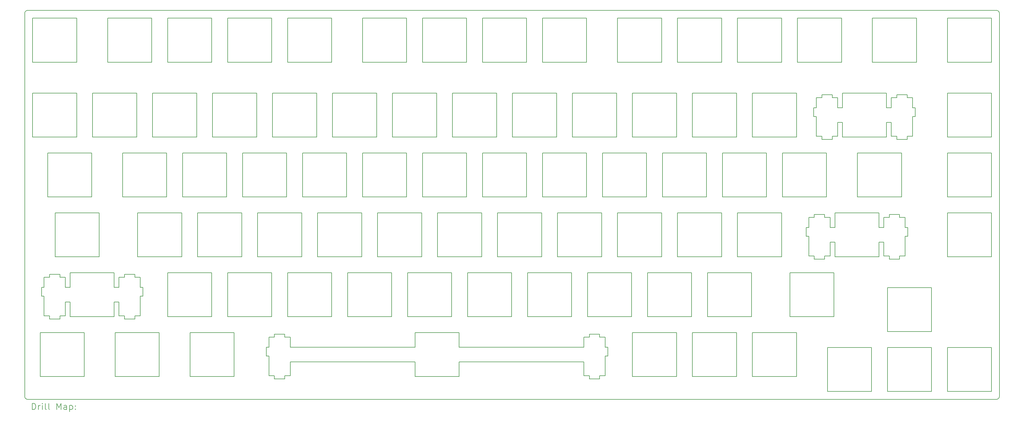
<source format=gbr>
%TF.GenerationSoftware,KiCad,Pcbnew,7.0.1*%
%TF.CreationDate,2023-04-16T01:42:17-07:00*%
%TF.ProjectId,switch plate,73776974-6368-4207-906c-6174652e6b69,rev?*%
%TF.SameCoordinates,Original*%
%TF.FileFunction,Drillmap*%
%TF.FilePolarity,Positive*%
%FSLAX45Y45*%
G04 Gerber Fmt 4.5, Leading zero omitted, Abs format (unit mm)*
G04 Created by KiCad (PCBNEW 7.0.1) date 2023-04-16 01:42:17*
%MOMM*%
%LPD*%
G01*
G04 APERTURE LIST*
%ADD10C,0.188976*%
%ADD11C,0.200000*%
G04 APERTURE END LIST*
D10*
X28043500Y-15648800D02*
X28043500Y-14248800D01*
X26643500Y-19935000D02*
X28043500Y-19935000D01*
X15299100Y-22815000D02*
X15299100Y-22492000D01*
X41967800Y-21817000D02*
X41967800Y-21190000D01*
X27805300Y-25179999D02*
X31767800Y-25179999D01*
X41967800Y-20586999D02*
X41795299Y-20586999D01*
X15899100Y-24250000D02*
X14499100Y-24250000D01*
X38044701Y-15648800D02*
X38044701Y-14248800D01*
X16642200Y-15648800D02*
X18042201Y-15648800D01*
X44712200Y-18030000D02*
X44712200Y-16630000D01*
X41292800Y-21369999D02*
X41292800Y-21817000D01*
X24233500Y-19935000D02*
X24233500Y-18535000D01*
X32358501Y-18535000D02*
X32358501Y-19935000D01*
X39068500Y-17100000D02*
X39068500Y-17380000D01*
X38912801Y-20586999D02*
X38912801Y-20910000D01*
X15899100Y-25650000D02*
X15899100Y-24250000D01*
X16642200Y-14248800D02*
X16642200Y-15648800D01*
X17004101Y-22815000D02*
X16851600Y-22815000D01*
X41140301Y-21840000D02*
X41140301Y-21369999D01*
X17176600Y-22492000D02*
X17004101Y-22492000D01*
X39740301Y-21840000D02*
X41140301Y-21840000D01*
X28043500Y-18535000D02*
X26643500Y-18535000D01*
X14975300Y-21840000D02*
X16375301Y-21840000D01*
X41465301Y-21915000D02*
X41795299Y-21915000D01*
X37121001Y-16630000D02*
X37121001Y-18030000D01*
X36644701Y-14248800D02*
X36644701Y-15648800D01*
X28996001Y-18030000D02*
X28996001Y-16630000D01*
X14261000Y-15648800D02*
X15661000Y-15648800D01*
X15661000Y-18030000D02*
X15661000Y-16630000D01*
X27119701Y-20440000D02*
X27119701Y-21840000D01*
X27567200Y-23744999D02*
X27567200Y-22344999D01*
X16166000Y-18030000D02*
X17566001Y-18030000D01*
X21940301Y-24304999D02*
X21940301Y-24397000D01*
X33311001Y-16630000D02*
X33311001Y-18030000D01*
X28548501Y-18535000D02*
X28548501Y-19935000D01*
X41703499Y-18007000D02*
X41703499Y-18105000D01*
X15451600Y-22815000D02*
X15299100Y-22815000D01*
X30901000Y-16630000D02*
X29501000Y-16630000D01*
X32329700Y-21840000D02*
X32329700Y-20440000D01*
X32270301Y-25725000D02*
X32270301Y-25626999D01*
X16375301Y-21840000D02*
X16375301Y-20440000D01*
X22357200Y-15648800D02*
X23757200Y-15648800D01*
X26405201Y-24250000D02*
X26405201Y-24719999D01*
X28043500Y-19935000D02*
X28043500Y-18535000D01*
X16375301Y-20440000D02*
X14975300Y-20440000D01*
X20452201Y-14248800D02*
X20452201Y-15648800D01*
X32834700Y-14248800D02*
X32834700Y-15648800D01*
X42206002Y-16777000D02*
X42033501Y-16777000D01*
X21685300Y-24719999D02*
X21685300Y-25000000D01*
X34263500Y-18535000D02*
X34263500Y-19935000D01*
X38311600Y-22344999D02*
X38311600Y-23744999D01*
X44712200Y-21840000D02*
X44712200Y-20440000D01*
X44712200Y-14248800D02*
X43312200Y-14248800D01*
X38044701Y-14248800D02*
X36644701Y-14248800D01*
X33311001Y-25650000D02*
X34711001Y-25650000D01*
X38044701Y-21840000D02*
X38044701Y-20440000D01*
X20928500Y-18535000D02*
X20928500Y-19935000D01*
X34739701Y-20440000D02*
X34739701Y-21840000D01*
X31853501Y-14248800D02*
X30453501Y-14248800D01*
X39323400Y-18105000D02*
X39653499Y-18105000D01*
X39323400Y-16777000D02*
X39151000Y-16777000D01*
X39653499Y-18105000D02*
X39653499Y-18007000D01*
X36616001Y-25650000D02*
X36616001Y-24250000D01*
X41795299Y-21817000D02*
X41967800Y-21817000D01*
X29472200Y-22344999D02*
X28072200Y-22344999D01*
X31853501Y-19935000D02*
X31853501Y-18535000D01*
X15126600Y-22492000D02*
X15126600Y-22400000D01*
X39711602Y-23744999D02*
X39711602Y-22344999D01*
X34739701Y-15648800D02*
X36139701Y-15648800D01*
X36139701Y-14248800D02*
X34739701Y-14248800D01*
X18280301Y-25650000D02*
X18280301Y-24250000D01*
X19261601Y-25650000D02*
X20661600Y-25650000D01*
X27091001Y-18030000D02*
X27091001Y-16630000D01*
X18071000Y-18030000D02*
X19471000Y-18030000D01*
X42206002Y-17100000D02*
X42206002Y-16777000D01*
X41967800Y-21190000D02*
X42050301Y-21190000D01*
X32834700Y-15648800D02*
X34234701Y-15648800D01*
X40454702Y-19935000D02*
X41854702Y-19935000D01*
X24262201Y-23744999D02*
X25662201Y-23744999D01*
X43312200Y-24726300D02*
X43312200Y-26126300D01*
X29977201Y-23744999D02*
X31377201Y-23744999D01*
X39653499Y-16777000D02*
X39653499Y-16685000D01*
X38830300Y-21190000D02*
X38912801Y-21190000D01*
X23309700Y-20440000D02*
X23309700Y-21840000D01*
X41854702Y-18535000D02*
X40454702Y-18535000D01*
X41140301Y-20440000D02*
X39740301Y-20440000D01*
X21767801Y-24719999D02*
X21685300Y-24719999D01*
X41292800Y-21817000D02*
X41465301Y-21817000D01*
X28519701Y-21840000D02*
X28519701Y-20440000D01*
X16851600Y-23744999D02*
X16851600Y-23275000D01*
X19947201Y-22344999D02*
X18547201Y-22344999D01*
X16851600Y-22344999D02*
X15451600Y-22344999D01*
X44712200Y-16630000D02*
X43312200Y-16630000D01*
X18994700Y-21840000D02*
X18994700Y-20440000D01*
X32442800Y-25000000D02*
X32525301Y-25000000D01*
X39653499Y-18007000D02*
X39826000Y-18007000D01*
X26614701Y-20440000D02*
X25214701Y-20440000D01*
X33787200Y-22344999D02*
X33787200Y-23744999D01*
X19261601Y-24250000D02*
X19261601Y-25650000D01*
X42288500Y-17380000D02*
X42288500Y-17100000D01*
X21685300Y-25000000D02*
X21767801Y-25000000D01*
X23281000Y-18030000D02*
X23281000Y-16630000D01*
X17679101Y-22492000D02*
X17506600Y-22492000D01*
X31406000Y-18030000D02*
X32806000Y-18030000D01*
X39415200Y-20494999D02*
X39085300Y-20494999D01*
X43312200Y-19935000D02*
X44712200Y-19935000D01*
X32442800Y-24719999D02*
X32442800Y-24397000D01*
X14541600Y-22815000D02*
X14541600Y-23094999D01*
X22328500Y-19935000D02*
X22328500Y-18535000D01*
X42050301Y-21190000D02*
X42050301Y-20910000D01*
X39502199Y-24726300D02*
X39502199Y-26126300D01*
X42206002Y-18007000D02*
X42206002Y-17380000D01*
X32806000Y-16630000D02*
X31406000Y-16630000D01*
X25185901Y-18030000D02*
X25185901Y-16630000D01*
X15299100Y-23275000D02*
X15451600Y-23275000D01*
X31377201Y-22344999D02*
X29977201Y-22344999D01*
X32270301Y-25626999D02*
X32442800Y-25626999D01*
X42288500Y-17100000D02*
X42206002Y-17100000D01*
X39323400Y-18007000D02*
X39323400Y-18105000D01*
X31882201Y-23744999D02*
X33282201Y-23744999D01*
X41703499Y-18105000D02*
X42033501Y-18105000D01*
X42807201Y-22821299D02*
X41407201Y-22821299D01*
X19976001Y-16630000D02*
X19976001Y-18030000D01*
X34739701Y-14248800D02*
X34739701Y-15648800D01*
X22442801Y-24397000D02*
X22270301Y-24397000D01*
X26167200Y-23744999D02*
X27567200Y-23744999D01*
X41378499Y-16630000D02*
X39978499Y-16630000D01*
X41531002Y-17560000D02*
X41531002Y-18007000D01*
X14624100Y-23094999D02*
X14624100Y-23722000D01*
X41140301Y-20910000D02*
X41140301Y-20440000D01*
X39653499Y-16685000D02*
X39323400Y-16685000D01*
X24709700Y-20440000D02*
X23309700Y-20440000D01*
X18547201Y-23744999D02*
X19947201Y-23744999D01*
X17176600Y-22400000D02*
X17176600Y-22492000D01*
X43312200Y-20440000D02*
X43312200Y-21840000D01*
X26138501Y-14248800D02*
X24738501Y-14248800D01*
X17566001Y-18030000D02*
X17566001Y-16630000D01*
X30453501Y-19935000D02*
X31853501Y-19935000D01*
X41140301Y-21369999D02*
X41292800Y-21369999D01*
X17176600Y-23722000D02*
X17176600Y-23819999D01*
X31767800Y-25179999D02*
X31767800Y-25626999D01*
X18547201Y-22344999D02*
X18547201Y-23744999D01*
X32270301Y-24304999D02*
X31940300Y-24304999D01*
X32329700Y-20440000D02*
X30929700Y-20440000D01*
X14796600Y-23819999D02*
X15126600Y-23819999D01*
X15299100Y-23722000D02*
X15299100Y-23275000D01*
X14261000Y-16630000D02*
X14261000Y-18030000D01*
X39085300Y-21915000D02*
X39415200Y-21915000D01*
X17118501Y-18535000D02*
X17118501Y-19935000D01*
X39473400Y-19935000D02*
X39473400Y-18535000D01*
X42331002Y-15648800D02*
X42331002Y-14248800D01*
X44712200Y-18535000D02*
X43312200Y-18535000D01*
X33311001Y-18030000D02*
X34711001Y-18030000D01*
X38073501Y-18535000D02*
X38073501Y-19935000D01*
X19947201Y-23744999D02*
X19947201Y-22344999D01*
X32525301Y-24719999D02*
X32442800Y-24719999D01*
X30424700Y-20440000D02*
X29024700Y-20440000D01*
X27805300Y-25650000D02*
X27805300Y-25179999D01*
X44964800Y-14096300D02*
X44964800Y-26278898D01*
X43312200Y-26126300D02*
X44712200Y-26126300D01*
X15451600Y-23275000D02*
X15451600Y-23744999D01*
X29948501Y-15648800D02*
X29948501Y-14248800D01*
X21376001Y-18030000D02*
X21376001Y-16630000D01*
X30424700Y-21840000D02*
X30424700Y-20440000D01*
X19499700Y-20440000D02*
X19499700Y-21840000D01*
X35663500Y-19935000D02*
X35663500Y-18535000D01*
X15126600Y-22400000D02*
X14796600Y-22400000D01*
X42807201Y-26126300D02*
X42807201Y-24726300D01*
X28548501Y-14248800D02*
X28548501Y-15648800D01*
X28072200Y-23744999D02*
X29472200Y-23744999D01*
X41378499Y-18030000D02*
X41378499Y-17560000D01*
X21852201Y-14248800D02*
X20452201Y-14248800D01*
X22442801Y-25626999D02*
X22442801Y-25179999D01*
X26138501Y-19935000D02*
X26138501Y-18535000D01*
X14975300Y-20440000D02*
X14975300Y-21840000D01*
X38044701Y-20440000D02*
X36644701Y-20440000D01*
X41407201Y-24221299D02*
X42807201Y-24221299D01*
X27596001Y-18030000D02*
X28996001Y-18030000D01*
X39587801Y-21817000D02*
X39587801Y-21369999D01*
X14108500Y-13996300D02*
X44864800Y-13996300D01*
X19947201Y-14248800D02*
X18547201Y-14248800D01*
X22804700Y-21840000D02*
X22804700Y-20440000D01*
X33311001Y-24250000D02*
X33311001Y-25650000D01*
X35216001Y-16630000D02*
X35216001Y-18030000D01*
X30453501Y-14248800D02*
X30453501Y-15648800D01*
X35663500Y-18535000D02*
X34263500Y-18535000D01*
X14796600Y-23722000D02*
X14796600Y-23819999D01*
X22328500Y-18535000D02*
X20928500Y-18535000D01*
X44712200Y-19935000D02*
X44712200Y-18535000D01*
X39740301Y-20910000D02*
X39587801Y-20910000D01*
X32442800Y-24397000D02*
X32270301Y-24397000D01*
X33787200Y-23744999D02*
X35187200Y-23744999D01*
X40931002Y-14248800D02*
X40931002Y-15648800D01*
X33282201Y-22344999D02*
X31882201Y-22344999D01*
X23757200Y-14248800D02*
X22357200Y-14248800D01*
X28996001Y-16630000D02*
X27596001Y-16630000D01*
X22270301Y-24304999D02*
X21940301Y-24304999D01*
X28548501Y-15648800D02*
X29948501Y-15648800D01*
X42033501Y-16777000D02*
X42033501Y-16685000D01*
X20661600Y-24250000D02*
X19261601Y-24250000D01*
X42033501Y-18007000D02*
X42206002Y-18007000D01*
X26643500Y-18535000D02*
X26643500Y-19935000D01*
X30453501Y-15648800D02*
X31853501Y-15648800D01*
X38912801Y-20910000D02*
X38830300Y-20910000D01*
X36168500Y-18535000D02*
X36168500Y-19935000D01*
X25662201Y-22344999D02*
X24262201Y-22344999D01*
X14008502Y-26278898D02*
G75*
G03*
X14108500Y-26378898I99998J-2D01*
G01*
X39949700Y-15648800D02*
X39949700Y-14248800D01*
X39740301Y-21369999D02*
X39740301Y-21840000D01*
X24738501Y-19935000D02*
X26138501Y-19935000D01*
X23309700Y-21840000D02*
X24709700Y-21840000D01*
X18518501Y-19935000D02*
X18518501Y-18535000D01*
X18042201Y-15648800D02*
X18042201Y-14248800D01*
X21852201Y-23744999D02*
X21852201Y-22344999D01*
X18042201Y-14248800D02*
X16642200Y-14248800D01*
X38521001Y-16630000D02*
X37121001Y-16630000D01*
X41407201Y-22821299D02*
X41407201Y-24221299D01*
X44712200Y-24726300D02*
X43312200Y-24726300D01*
X35692200Y-22344999D02*
X35692200Y-23744999D01*
X41407201Y-26126300D02*
X42807201Y-26126300D01*
X22442801Y-25179999D02*
X26405201Y-25179999D01*
X20423501Y-18535000D02*
X19023501Y-18535000D01*
X37568500Y-19935000D02*
X37568500Y-18535000D01*
X36644701Y-20440000D02*
X36644701Y-21840000D01*
X31940300Y-24304999D02*
X31940300Y-24397000D01*
X24709700Y-21840000D02*
X24709700Y-20440000D01*
X32442800Y-25626999D02*
X32442800Y-25000000D01*
X34234701Y-15648800D02*
X34234701Y-14248800D01*
X26167200Y-22344999D02*
X26167200Y-23744999D01*
X17761601Y-22815000D02*
X17679101Y-22815000D01*
X35692200Y-23744999D02*
X37092200Y-23744999D01*
X31940300Y-24397000D02*
X31767800Y-24397000D01*
X14499100Y-25650000D02*
X15899100Y-25650000D01*
X41465301Y-20494999D02*
X41465301Y-20586999D01*
X21852201Y-22344999D02*
X20452201Y-22344999D01*
X15126600Y-23722000D02*
X15299100Y-23722000D01*
X16166000Y-16630000D02*
X16166000Y-18030000D01*
X15451600Y-22344999D02*
X15451600Y-22815000D01*
X41407201Y-24726300D02*
X41407201Y-26126300D01*
X19023501Y-18535000D02*
X19023501Y-19935000D01*
X39473400Y-18535000D02*
X38073501Y-18535000D01*
X32525301Y-25000000D02*
X32525301Y-24719999D01*
X40931002Y-15648800D02*
X42331002Y-15648800D01*
X23281000Y-16630000D02*
X21881000Y-16630000D01*
X14261000Y-18030000D02*
X15661000Y-18030000D01*
X26405201Y-25650000D02*
X27805300Y-25650000D01*
X38073501Y-19935000D02*
X39473400Y-19935000D01*
X39151000Y-16777000D02*
X39151000Y-17100000D01*
X21940301Y-25725000D02*
X22270301Y-25725000D01*
X28043500Y-14248800D02*
X26643500Y-14248800D01*
X43312200Y-14248800D02*
X43312200Y-15648800D01*
X22833500Y-18535000D02*
X22833500Y-19935000D01*
X39085300Y-20494999D02*
X39085300Y-20586999D01*
X42331002Y-14248800D02*
X40931002Y-14248800D01*
X29501000Y-16630000D02*
X29501000Y-18030000D01*
X34711001Y-16630000D02*
X33311001Y-16630000D01*
X44712200Y-26126300D02*
X44712200Y-24726300D01*
X35187200Y-22344999D02*
X33787200Y-22344999D01*
X23757200Y-15648800D02*
X23757200Y-14248800D01*
X17004101Y-22492000D02*
X17004101Y-22815000D01*
X42033501Y-16685000D02*
X41703499Y-16685000D01*
X17004101Y-23722000D02*
X17176600Y-23722000D01*
X17506600Y-22492000D02*
X17506600Y-22400000D01*
X36616001Y-18030000D02*
X36616001Y-16630000D01*
X20452201Y-23744999D02*
X21852201Y-23744999D01*
X34711001Y-18030000D02*
X34711001Y-16630000D01*
X16137200Y-18535000D02*
X14737200Y-18535000D01*
X21852201Y-15648800D02*
X21852201Y-14248800D01*
X14624100Y-22815000D02*
X14541600Y-22815000D01*
X22804700Y-20440000D02*
X21404700Y-20440000D01*
X25662201Y-23744999D02*
X25662201Y-22344999D01*
X22357200Y-14248800D02*
X22357200Y-15648800D01*
X39978499Y-16630000D02*
X39978499Y-17100000D01*
X41531002Y-18007000D02*
X41703499Y-18007000D01*
X38912801Y-21817000D02*
X39085300Y-21817000D01*
X18547201Y-14248800D02*
X18547201Y-15648800D01*
X39949700Y-14248800D02*
X38549700Y-14248800D01*
X40454702Y-18535000D02*
X40454702Y-19935000D01*
X39587801Y-20910000D02*
X39587801Y-20586999D01*
X38549700Y-15648800D02*
X39949700Y-15648800D01*
X37092200Y-22344999D02*
X35692200Y-22344999D01*
X30929700Y-21840000D02*
X32329700Y-21840000D01*
X17506600Y-22400000D02*
X17176600Y-22400000D01*
X14108500Y-13996300D02*
G75*
G03*
X14008500Y-14096300I-1J-100000D01*
G01*
X26405201Y-24719999D02*
X22442801Y-24719999D01*
X19499700Y-21840000D02*
X20899701Y-21840000D01*
X14796600Y-22400000D02*
X14796600Y-22492000D01*
X26138501Y-15648800D02*
X26138501Y-14248800D01*
X27091001Y-16630000D02*
X25690900Y-16630000D01*
X14737200Y-18535000D02*
X14737200Y-19935000D01*
X34739701Y-21840000D02*
X36139701Y-21840000D01*
X39826000Y-16777000D02*
X39653499Y-16777000D01*
X38521001Y-18030000D02*
X38521001Y-16630000D01*
X27805300Y-24250000D02*
X26405201Y-24250000D01*
X20661600Y-25650000D02*
X20661600Y-24250000D01*
X31377201Y-23744999D02*
X31377201Y-22344999D01*
X36644701Y-15648800D02*
X38044701Y-15648800D01*
X21376001Y-16630000D02*
X19976001Y-16630000D01*
X36616001Y-16630000D02*
X35216001Y-16630000D01*
X16137200Y-19935000D02*
X16137200Y-18535000D01*
X34711001Y-25650000D02*
X34711001Y-24250000D01*
X41967800Y-20910000D02*
X41967800Y-20586999D01*
X41531002Y-16777000D02*
X41531002Y-17100000D01*
X34711001Y-24250000D02*
X33311001Y-24250000D01*
X17679101Y-23094999D02*
X17761601Y-23094999D01*
X39740301Y-20440000D02*
X39740301Y-20910000D01*
X42807201Y-24726300D02*
X41407201Y-24726300D01*
X39826000Y-17560000D02*
X39978499Y-17560000D01*
X28519701Y-20440000D02*
X27119701Y-20440000D01*
X44712200Y-15648800D02*
X44712200Y-14248800D01*
X29948501Y-18535000D02*
X28548501Y-18535000D01*
X32270301Y-24397000D02*
X32270301Y-24304999D01*
X33282201Y-23744999D02*
X33282201Y-22344999D01*
X32834700Y-21840000D02*
X34234701Y-21840000D01*
X16880301Y-25650000D02*
X18280301Y-25650000D01*
X37092200Y-23744999D02*
X37092200Y-22344999D01*
X36139701Y-15648800D02*
X36139701Y-14248800D01*
X20423501Y-19935000D02*
X20423501Y-18535000D01*
X14796600Y-22492000D02*
X14624100Y-22492000D01*
X17506600Y-23819999D02*
X17506600Y-23722000D01*
X38912801Y-21190000D02*
X38912801Y-21817000D01*
X41795299Y-20494999D02*
X41465301Y-20494999D01*
X29024700Y-21840000D02*
X30424700Y-21840000D01*
X14737200Y-19935000D02*
X16137200Y-19935000D01*
X17176600Y-23819999D02*
X17506600Y-23819999D01*
X36644701Y-21840000D02*
X38044701Y-21840000D01*
X41703499Y-16777000D02*
X41531002Y-16777000D01*
X41795299Y-21915000D02*
X41795299Y-21817000D01*
X35216001Y-18030000D02*
X36616001Y-18030000D01*
X14624100Y-23722000D02*
X14796600Y-23722000D01*
X31853501Y-18535000D02*
X30453501Y-18535000D01*
X22270301Y-24397000D02*
X22270301Y-24304999D01*
X24233500Y-18535000D02*
X22833500Y-18535000D01*
X44964800Y-14096300D02*
G75*
G03*
X44864800Y-13996300I-100000J0D01*
G01*
X36168500Y-19935000D02*
X37568500Y-19935000D01*
X19947201Y-15648800D02*
X19947201Y-14248800D01*
X40902199Y-26126300D02*
X40902199Y-24726300D01*
X39068500Y-17380000D02*
X39151000Y-17380000D01*
X38521001Y-24250000D02*
X37121001Y-24250000D01*
X42033501Y-18105000D02*
X42033501Y-18007000D01*
X30929700Y-20440000D02*
X30929700Y-21840000D01*
X17679101Y-22815000D02*
X17679101Y-22492000D01*
X14008500Y-26278898D02*
X14008500Y-14096300D01*
X17594700Y-21840000D02*
X18994700Y-21840000D01*
X28548501Y-19935000D02*
X29948501Y-19935000D01*
X37121001Y-18030000D02*
X38521001Y-18030000D01*
X44712200Y-20440000D02*
X43312200Y-20440000D01*
X39978499Y-17560000D02*
X39978499Y-18030000D01*
X37121001Y-24250000D02*
X37121001Y-25650000D01*
X26405201Y-25179999D02*
X26405201Y-25650000D01*
X21940301Y-25626999D02*
X21940301Y-25725000D01*
X29024700Y-20440000D02*
X29024700Y-21840000D01*
X42807201Y-24221299D02*
X42807201Y-22821299D01*
X34234701Y-20440000D02*
X32834700Y-20440000D01*
X40902199Y-24726300D02*
X39502199Y-24726300D01*
X43312200Y-18535000D02*
X43312200Y-19935000D01*
X20452201Y-22344999D02*
X20452201Y-23744999D01*
X41465301Y-20586999D02*
X41292800Y-20586999D01*
X35187200Y-23744999D02*
X35187200Y-22344999D01*
X17761601Y-23094999D02*
X17761601Y-22815000D01*
X34263500Y-19935000D02*
X35663500Y-19935000D01*
X21881000Y-16630000D02*
X21881000Y-18030000D01*
X31940300Y-25725000D02*
X32270301Y-25725000D01*
X22357200Y-23744999D02*
X23757200Y-23744999D01*
X27119701Y-21840000D02*
X28519701Y-21840000D01*
X26643500Y-14248800D02*
X26643500Y-15648800D01*
X20928500Y-19935000D02*
X22328500Y-19935000D01*
X20899701Y-21840000D02*
X20899701Y-20440000D01*
X26614701Y-21840000D02*
X26614701Y-20440000D01*
X38311600Y-23744999D02*
X39711602Y-23744999D01*
X32358501Y-19935000D02*
X33758501Y-19935000D01*
X38549700Y-14248800D02*
X38549700Y-15648800D01*
X39151000Y-18007000D02*
X39323400Y-18007000D01*
X42206002Y-17380000D02*
X42288500Y-17380000D01*
X18547201Y-15648800D02*
X19947201Y-15648800D01*
X18518501Y-18535000D02*
X17118501Y-18535000D01*
X24738501Y-14248800D02*
X24738501Y-15648800D01*
X30901000Y-18030000D02*
X30901000Y-16630000D01*
X31767800Y-25626999D02*
X31940300Y-25626999D01*
X39587801Y-20586999D02*
X39415200Y-20586999D01*
X41854702Y-19935000D02*
X41854702Y-18535000D01*
X18994700Y-20440000D02*
X17594700Y-20440000D01*
X44864800Y-26378898D02*
X14108500Y-26378898D01*
X36616001Y-24250000D02*
X35216001Y-24250000D01*
X36139701Y-20440000D02*
X34739701Y-20440000D01*
X33758501Y-19935000D02*
X33758501Y-18535000D01*
X24262201Y-22344999D02*
X24262201Y-23744999D01*
X27805300Y-24719999D02*
X27805300Y-24250000D01*
X38521001Y-25650000D02*
X38521001Y-24250000D01*
X21404700Y-20440000D02*
X21404700Y-21840000D01*
X39085300Y-20586999D02*
X38912801Y-20586999D01*
X22442801Y-24719999D02*
X22442801Y-24397000D01*
X41703499Y-16685000D02*
X41703499Y-16777000D01*
X17679101Y-23722000D02*
X17679101Y-23094999D01*
X16851600Y-23275000D02*
X17004101Y-23275000D01*
X17594700Y-20440000D02*
X17594700Y-21840000D01*
X35216001Y-25650000D02*
X36616001Y-25650000D01*
X19471000Y-16630000D02*
X18071000Y-16630000D01*
X15451600Y-23744999D02*
X16851600Y-23744999D01*
X36139701Y-21840000D02*
X36139701Y-20440000D01*
X38830300Y-20910000D02*
X38830300Y-21190000D01*
X43312200Y-16630000D02*
X43312200Y-18030000D01*
X33758501Y-18535000D02*
X32358501Y-18535000D01*
X39323400Y-16685000D02*
X39323400Y-16777000D01*
X41292800Y-20910000D02*
X41140301Y-20910000D01*
X39415200Y-21817000D02*
X39587801Y-21817000D01*
X41292800Y-20586999D02*
X41292800Y-20910000D01*
X21767801Y-25626999D02*
X21940301Y-25626999D01*
X43312200Y-18030000D02*
X44712200Y-18030000D01*
X23757200Y-22344999D02*
X22357200Y-22344999D01*
X15126600Y-23819999D02*
X15126600Y-23722000D01*
X29472200Y-23744999D02*
X29472200Y-22344999D01*
X39826000Y-18007000D02*
X39826000Y-17560000D01*
X31767800Y-24397000D02*
X31767800Y-24719999D01*
X39085300Y-21817000D02*
X39085300Y-21915000D01*
X41531002Y-17100000D02*
X41378499Y-17100000D01*
X31767800Y-24719999D02*
X27805300Y-24719999D01*
X17566001Y-16630000D02*
X16166000Y-16630000D01*
X42050301Y-20910000D02*
X41967800Y-20910000D01*
X29501000Y-18030000D02*
X30901000Y-18030000D01*
X26643500Y-15648800D02*
X28043500Y-15648800D01*
X39151000Y-17100000D02*
X39068500Y-17100000D01*
X21767801Y-25000000D02*
X21767801Y-25626999D01*
X22270301Y-25725000D02*
X22270301Y-25626999D01*
X37568500Y-18535000D02*
X36168500Y-18535000D01*
X14624100Y-22492000D02*
X14624100Y-22815000D01*
X21404700Y-21840000D02*
X22804700Y-21840000D01*
X20452201Y-15648800D02*
X21852201Y-15648800D01*
X25690900Y-18030000D02*
X27091001Y-18030000D01*
X34234701Y-14248800D02*
X32834700Y-14248800D01*
X15661000Y-15648800D02*
X15661000Y-14248800D01*
X14499100Y-24250000D02*
X14499100Y-25650000D01*
X41378499Y-17560000D02*
X41531002Y-17560000D01*
X18071000Y-16630000D02*
X18071000Y-18030000D01*
X18280301Y-24250000D02*
X16880301Y-24250000D01*
X23785901Y-18030000D02*
X25185901Y-18030000D01*
X29948501Y-19935000D02*
X29948501Y-18535000D01*
X31406000Y-16630000D02*
X31406000Y-18030000D01*
X28072200Y-22344999D02*
X28072200Y-23744999D01*
X31940300Y-25626999D02*
X31940300Y-25725000D01*
X30453501Y-18535000D02*
X30453501Y-19935000D01*
X39587801Y-21369999D02*
X39740301Y-21369999D01*
X24738501Y-15648800D02*
X26138501Y-15648800D01*
X35216001Y-24250000D02*
X35216001Y-25650000D01*
X25214701Y-20440000D02*
X25214701Y-21840000D01*
X32834700Y-20440000D02*
X32834700Y-21840000D01*
X14541600Y-23094999D02*
X14624100Y-23094999D01*
X22833500Y-19935000D02*
X24233500Y-19935000D01*
X16851600Y-22815000D02*
X16851600Y-22344999D01*
X20899701Y-20440000D02*
X19499700Y-20440000D01*
X41465301Y-21817000D02*
X41465301Y-21915000D01*
X25185901Y-16630000D02*
X23785901Y-16630000D01*
X23785901Y-16630000D02*
X23785901Y-18030000D01*
X32806000Y-18030000D02*
X32806000Y-16630000D01*
X21767801Y-24397000D02*
X21767801Y-24719999D01*
X44864800Y-26378900D02*
G75*
G03*
X44964800Y-26278898I0J100000D01*
G01*
X25690900Y-16630000D02*
X25690900Y-18030000D01*
X39711602Y-22344999D02*
X38311600Y-22344999D01*
X31882201Y-22344999D02*
X31882201Y-23744999D01*
X41795299Y-20586999D02*
X41795299Y-20494999D01*
X39151000Y-17380000D02*
X39151000Y-18007000D01*
X21940301Y-24397000D02*
X21767801Y-24397000D01*
X39415200Y-21915000D02*
X39415200Y-21817000D01*
X21881000Y-18030000D02*
X23281000Y-18030000D01*
X43312200Y-15648800D02*
X44712200Y-15648800D01*
X39826000Y-17100000D02*
X39826000Y-16777000D01*
X39978499Y-17100000D02*
X39826000Y-17100000D01*
X17118501Y-19935000D02*
X18518501Y-19935000D01*
X22357200Y-22344999D02*
X22357200Y-23744999D01*
X31853501Y-15648800D02*
X31853501Y-14248800D01*
X16880301Y-24250000D02*
X16880301Y-25650000D01*
X19023501Y-19935000D02*
X20423501Y-19935000D01*
X19976001Y-18030000D02*
X21376001Y-18030000D01*
X15299100Y-22492000D02*
X15126600Y-22492000D01*
X22270301Y-25626999D02*
X22442801Y-25626999D01*
X39502199Y-26126300D02*
X40902199Y-26126300D01*
X29977201Y-22344999D02*
X29977201Y-23744999D01*
X43312200Y-21840000D02*
X44712200Y-21840000D01*
X39415200Y-20586999D02*
X39415200Y-20494999D01*
X14261000Y-14248800D02*
X14261000Y-15648800D01*
X39978499Y-18030000D02*
X41378499Y-18030000D01*
X23757200Y-23744999D02*
X23757200Y-22344999D01*
X24738501Y-18535000D02*
X24738501Y-19935000D01*
X25214701Y-21840000D02*
X26614701Y-21840000D01*
X17506600Y-23722000D02*
X17679101Y-23722000D01*
X41378499Y-17100000D02*
X41378499Y-16630000D01*
X37121001Y-25650000D02*
X38521001Y-25650000D01*
X15661000Y-16630000D02*
X14261000Y-16630000D01*
X19471000Y-18030000D02*
X19471000Y-16630000D01*
X27596001Y-16630000D02*
X27596001Y-18030000D01*
X29948501Y-14248800D02*
X28548501Y-14248800D01*
X34234701Y-21840000D02*
X34234701Y-20440000D01*
X15661000Y-14248800D02*
X14261000Y-14248800D01*
X27567200Y-22344999D02*
X26167200Y-22344999D01*
X26138501Y-18535000D02*
X24738501Y-18535000D01*
X17004101Y-23275000D02*
X17004101Y-23722000D01*
D11*
X14246671Y-26700871D02*
X14246671Y-26500871D01*
X14246671Y-26500871D02*
X14294290Y-26500871D01*
X14294290Y-26500871D02*
X14322861Y-26510395D01*
X14322861Y-26510395D02*
X14341909Y-26529442D01*
X14341909Y-26529442D02*
X14351433Y-26548490D01*
X14351433Y-26548490D02*
X14360956Y-26586585D01*
X14360956Y-26586585D02*
X14360956Y-26615157D01*
X14360956Y-26615157D02*
X14351433Y-26653252D01*
X14351433Y-26653252D02*
X14341909Y-26672299D01*
X14341909Y-26672299D02*
X14322861Y-26691347D01*
X14322861Y-26691347D02*
X14294290Y-26700871D01*
X14294290Y-26700871D02*
X14246671Y-26700871D01*
X14446671Y-26700871D02*
X14446671Y-26567538D01*
X14446671Y-26605633D02*
X14456194Y-26586585D01*
X14456194Y-26586585D02*
X14465718Y-26577061D01*
X14465718Y-26577061D02*
X14484766Y-26567538D01*
X14484766Y-26567538D02*
X14503814Y-26567538D01*
X14570480Y-26700871D02*
X14570480Y-26567538D01*
X14570480Y-26500871D02*
X14560956Y-26510395D01*
X14560956Y-26510395D02*
X14570480Y-26519919D01*
X14570480Y-26519919D02*
X14580004Y-26510395D01*
X14580004Y-26510395D02*
X14570480Y-26500871D01*
X14570480Y-26500871D02*
X14570480Y-26519919D01*
X14694290Y-26700871D02*
X14675242Y-26691347D01*
X14675242Y-26691347D02*
X14665718Y-26672299D01*
X14665718Y-26672299D02*
X14665718Y-26500871D01*
X14799052Y-26700871D02*
X14780004Y-26691347D01*
X14780004Y-26691347D02*
X14770480Y-26672299D01*
X14770480Y-26672299D02*
X14770480Y-26500871D01*
X15027623Y-26700871D02*
X15027623Y-26500871D01*
X15027623Y-26500871D02*
X15094290Y-26643728D01*
X15094290Y-26643728D02*
X15160956Y-26500871D01*
X15160956Y-26500871D02*
X15160956Y-26700871D01*
X15341909Y-26700871D02*
X15341909Y-26596109D01*
X15341909Y-26596109D02*
X15332385Y-26577061D01*
X15332385Y-26577061D02*
X15313337Y-26567538D01*
X15313337Y-26567538D02*
X15275242Y-26567538D01*
X15275242Y-26567538D02*
X15256194Y-26577061D01*
X15341909Y-26691347D02*
X15322861Y-26700871D01*
X15322861Y-26700871D02*
X15275242Y-26700871D01*
X15275242Y-26700871D02*
X15256194Y-26691347D01*
X15256194Y-26691347D02*
X15246671Y-26672299D01*
X15246671Y-26672299D02*
X15246671Y-26653252D01*
X15246671Y-26653252D02*
X15256194Y-26634204D01*
X15256194Y-26634204D02*
X15275242Y-26624680D01*
X15275242Y-26624680D02*
X15322861Y-26624680D01*
X15322861Y-26624680D02*
X15341909Y-26615157D01*
X15437147Y-26567538D02*
X15437147Y-26767538D01*
X15437147Y-26577061D02*
X15456194Y-26567538D01*
X15456194Y-26567538D02*
X15494290Y-26567538D01*
X15494290Y-26567538D02*
X15513337Y-26577061D01*
X15513337Y-26577061D02*
X15522861Y-26586585D01*
X15522861Y-26586585D02*
X15532385Y-26605633D01*
X15532385Y-26605633D02*
X15532385Y-26662776D01*
X15532385Y-26662776D02*
X15522861Y-26681823D01*
X15522861Y-26681823D02*
X15513337Y-26691347D01*
X15513337Y-26691347D02*
X15494290Y-26700871D01*
X15494290Y-26700871D02*
X15456194Y-26700871D01*
X15456194Y-26700871D02*
X15437147Y-26691347D01*
X15618099Y-26681823D02*
X15627623Y-26691347D01*
X15627623Y-26691347D02*
X15618099Y-26700871D01*
X15618099Y-26700871D02*
X15608575Y-26691347D01*
X15608575Y-26691347D02*
X15618099Y-26681823D01*
X15618099Y-26681823D02*
X15618099Y-26700871D01*
X15618099Y-26577061D02*
X15627623Y-26586585D01*
X15627623Y-26586585D02*
X15618099Y-26596109D01*
X15618099Y-26596109D02*
X15608575Y-26586585D01*
X15608575Y-26586585D02*
X15618099Y-26577061D01*
X15618099Y-26577061D02*
X15618099Y-26596109D01*
M02*

</source>
